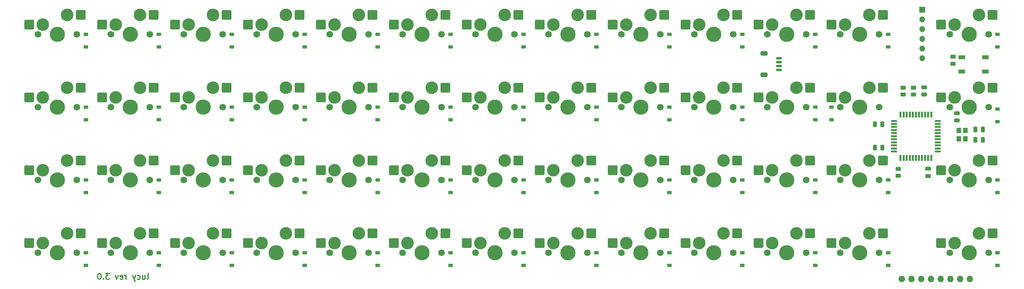
<source format=gbr>
%TF.GenerationSoftware,KiCad,Pcbnew,7.0.1-0*%
%TF.CreationDate,2023-04-28T12:46:07-05:00*%
%TF.ProjectId,pcb,7063622e-6b69-4636-9164-5f7063625858,rev?*%
%TF.SameCoordinates,Original*%
%TF.FileFunction,Soldermask,Bot*%
%TF.FilePolarity,Negative*%
%FSLAX46Y46*%
G04 Gerber Fmt 4.6, Leading zero omitted, Abs format (unit mm)*
G04 Created by KiCad (PCBNEW 7.0.1-0) date 2023-04-28 12:46:07*
%MOMM*%
%LPD*%
G01*
G04 APERTURE LIST*
G04 Aperture macros list*
%AMRoundRect*
0 Rectangle with rounded corners*
0 $1 Rounding radius*
0 $2 $3 $4 $5 $6 $7 $8 $9 X,Y pos of 4 corners*
0 Add a 4 corners polygon primitive as box body*
4,1,4,$2,$3,$4,$5,$6,$7,$8,$9,$2,$3,0*
0 Add four circle primitives for the rounded corners*
1,1,$1+$1,$2,$3*
1,1,$1+$1,$4,$5*
1,1,$1+$1,$6,$7*
1,1,$1+$1,$8,$9*
0 Add four rect primitives between the rounded corners*
20,1,$1+$1,$2,$3,$4,$5,0*
20,1,$1+$1,$4,$5,$6,$7,0*
20,1,$1+$1,$6,$7,$8,$9,0*
20,1,$1+$1,$8,$9,$2,$3,0*%
G04 Aperture macros list end*
%ADD10C,0.300000*%
%ADD11RoundRect,0.225000X0.375000X-0.225000X0.375000X0.225000X-0.375000X0.225000X-0.375000X-0.225000X0*%
%ADD12RoundRect,0.250000X0.475000X-0.250000X0.475000X0.250000X-0.475000X0.250000X-0.475000X-0.250000X0*%
%ADD13RoundRect,0.250000X0.450000X-0.262500X0.450000X0.262500X-0.450000X0.262500X-0.450000X-0.262500X0*%
%ADD14C,1.750000*%
%ADD15C,3.987800*%
%ADD16C,3.300000*%
%ADD17RoundRect,0.250000X1.025000X1.000000X-1.025000X1.000000X-1.025000X-1.000000X1.025000X-1.000000X0*%
%ADD18RoundRect,0.250000X-0.450000X0.262500X-0.450000X-0.262500X0.450000X-0.262500X0.450000X0.262500X0*%
%ADD19RoundRect,0.250000X-0.250000X-0.475000X0.250000X-0.475000X0.250000X0.475000X-0.250000X0.475000X0*%
%ADD20RoundRect,0.250000X0.250000X0.475000X-0.250000X0.475000X-0.250000X-0.475000X0.250000X-0.475000X0*%
%ADD21R,1.200000X1.400000*%
%ADD22RoundRect,0.250000X-0.475000X0.250000X-0.475000X-0.250000X0.475000X-0.250000X0.475000X0.250000X0*%
%ADD23RoundRect,0.150000X0.625000X-0.150000X0.625000X0.150000X-0.625000X0.150000X-0.625000X-0.150000X0*%
%ADD24RoundRect,0.250000X0.650000X-0.350000X0.650000X0.350000X-0.650000X0.350000X-0.650000X-0.350000X0*%
%ADD25C,1.700000*%
%ADD26O,1.700000X1.700000*%
%ADD27R,0.550000X1.500000*%
%ADD28R,1.500000X0.550000*%
%ADD29O,1.524000X1.524000*%
%ADD30R,1.524000X1.524000*%
%ADD31R,1.800000X1.100000*%
G04 APERTURE END LIST*
D10*
X57971427Y-93843928D02*
X58114284Y-93772500D01*
X58114284Y-93772500D02*
X58185713Y-93629642D01*
X58185713Y-93629642D02*
X58185713Y-92343928D01*
X56757142Y-92843928D02*
X56757142Y-93843928D01*
X57399999Y-92843928D02*
X57399999Y-93629642D01*
X57399999Y-93629642D02*
X57328570Y-93772500D01*
X57328570Y-93772500D02*
X57185713Y-93843928D01*
X57185713Y-93843928D02*
X56971427Y-93843928D01*
X56971427Y-93843928D02*
X56828570Y-93772500D01*
X56828570Y-93772500D02*
X56757142Y-93701071D01*
X55399999Y-93772500D02*
X55542856Y-93843928D01*
X55542856Y-93843928D02*
X55828570Y-93843928D01*
X55828570Y-93843928D02*
X55971427Y-93772500D01*
X55971427Y-93772500D02*
X56042856Y-93701071D01*
X56042856Y-93701071D02*
X56114284Y-93558214D01*
X56114284Y-93558214D02*
X56114284Y-93129642D01*
X56114284Y-93129642D02*
X56042856Y-92986785D01*
X56042856Y-92986785D02*
X55971427Y-92915357D01*
X55971427Y-92915357D02*
X55828570Y-92843928D01*
X55828570Y-92843928D02*
X55542856Y-92843928D01*
X55542856Y-92843928D02*
X55399999Y-92915357D01*
X54899999Y-92843928D02*
X54542856Y-93843928D01*
X54185713Y-92843928D02*
X54542856Y-93843928D01*
X54542856Y-93843928D02*
X54685713Y-94201071D01*
X54685713Y-94201071D02*
X54757142Y-94272500D01*
X54757142Y-94272500D02*
X54899999Y-94343928D01*
X52471428Y-93843928D02*
X52471428Y-92843928D01*
X52471428Y-93129642D02*
X52399999Y-92986785D01*
X52399999Y-92986785D02*
X52328571Y-92915357D01*
X52328571Y-92915357D02*
X52185713Y-92843928D01*
X52185713Y-92843928D02*
X52042856Y-92843928D01*
X50971428Y-93772500D02*
X51114285Y-93843928D01*
X51114285Y-93843928D02*
X51400000Y-93843928D01*
X51400000Y-93843928D02*
X51542857Y-93772500D01*
X51542857Y-93772500D02*
X51614285Y-93629642D01*
X51614285Y-93629642D02*
X51614285Y-93058214D01*
X51614285Y-93058214D02*
X51542857Y-92915357D01*
X51542857Y-92915357D02*
X51400000Y-92843928D01*
X51400000Y-92843928D02*
X51114285Y-92843928D01*
X51114285Y-92843928D02*
X50971428Y-92915357D01*
X50971428Y-92915357D02*
X50900000Y-93058214D01*
X50900000Y-93058214D02*
X50900000Y-93201071D01*
X50900000Y-93201071D02*
X51614285Y-93343928D01*
X50400000Y-92843928D02*
X50042857Y-93843928D01*
X50042857Y-93843928D02*
X49685714Y-92843928D01*
X48114286Y-92343928D02*
X47185714Y-92343928D01*
X47185714Y-92343928D02*
X47685714Y-92915357D01*
X47685714Y-92915357D02*
X47471429Y-92915357D01*
X47471429Y-92915357D02*
X47328572Y-92986785D01*
X47328572Y-92986785D02*
X47257143Y-93058214D01*
X47257143Y-93058214D02*
X47185714Y-93201071D01*
X47185714Y-93201071D02*
X47185714Y-93558214D01*
X47185714Y-93558214D02*
X47257143Y-93701071D01*
X47257143Y-93701071D02*
X47328572Y-93772500D01*
X47328572Y-93772500D02*
X47471429Y-93843928D01*
X47471429Y-93843928D02*
X47900000Y-93843928D01*
X47900000Y-93843928D02*
X48042857Y-93772500D01*
X48042857Y-93772500D02*
X48114286Y-93701071D01*
X46542858Y-93701071D02*
X46471429Y-93772500D01*
X46471429Y-93772500D02*
X46542858Y-93843928D01*
X46542858Y-93843928D02*
X46614286Y-93772500D01*
X46614286Y-93772500D02*
X46542858Y-93701071D01*
X46542858Y-93701071D02*
X46542858Y-93843928D01*
X45542857Y-92343928D02*
X45400000Y-92343928D01*
X45400000Y-92343928D02*
X45257143Y-92415357D01*
X45257143Y-92415357D02*
X45185715Y-92486785D01*
X45185715Y-92486785D02*
X45114286Y-92629642D01*
X45114286Y-92629642D02*
X45042857Y-92915357D01*
X45042857Y-92915357D02*
X45042857Y-93272500D01*
X45042857Y-93272500D02*
X45114286Y-93558214D01*
X45114286Y-93558214D02*
X45185715Y-93701071D01*
X45185715Y-93701071D02*
X45257143Y-93772500D01*
X45257143Y-93772500D02*
X45400000Y-93843928D01*
X45400000Y-93843928D02*
X45542857Y-93843928D01*
X45542857Y-93843928D02*
X45685715Y-93772500D01*
X45685715Y-93772500D02*
X45757143Y-93701071D01*
X45757143Y-93701071D02*
X45828572Y-93558214D01*
X45828572Y-93558214D02*
X45900000Y-93272500D01*
X45900000Y-93272500D02*
X45900000Y-92915357D01*
X45900000Y-92915357D02*
X45828572Y-92629642D01*
X45828572Y-92629642D02*
X45757143Y-92486785D01*
X45757143Y-92486785D02*
X45685715Y-92415357D01*
X45685715Y-92415357D02*
X45542857Y-92343928D01*
D11*
%TO.C,D7*%
X156225000Y-33075000D03*
X156225000Y-29775000D03*
%TD*%
D12*
%TO.C,C4*%
X269450000Y-52300000D03*
X269450000Y-50400000D03*
%TD*%
D13*
%TO.C,RSW1*%
X268450000Y-37462500D03*
X268450000Y-35637500D03*
%TD*%
D11*
%TO.C,D8*%
X175275000Y-33075000D03*
X175275000Y-29775000D03*
%TD*%
%TO.C,D14*%
X41925000Y-52125000D03*
X41925000Y-48825000D03*
%TD*%
D14*
%TO.C,MX42*%
X77708186Y-86915698D03*
D15*
X72628186Y-86915698D03*
D14*
X67548186Y-86915698D03*
D16*
X68818186Y-84375698D03*
D17*
X65268186Y-84375698D03*
X78718186Y-81835698D03*
D16*
X75168186Y-81835698D03*
%TD*%
D11*
%TO.C,D35*%
X194325000Y-71200000D03*
X194325000Y-67900000D03*
%TD*%
%TO.C,D11*%
X232425000Y-33075000D03*
X232425000Y-29775000D03*
%TD*%
D18*
%TO.C,R3*%
X258100000Y-43707500D03*
X258100000Y-45532500D03*
%TD*%
D14*
%TO.C,MX9*%
X192008282Y-29765650D03*
D15*
X186928282Y-29765650D03*
D14*
X181848282Y-29765650D03*
D16*
X183118282Y-27225650D03*
D17*
X179568282Y-27225650D03*
X193018282Y-24685650D03*
D16*
X189468282Y-24685650D03*
%TD*%
D14*
%TO.C,MX3*%
X77708186Y-29765650D03*
D15*
X72628186Y-29765650D03*
D14*
X67548186Y-29765650D03*
D16*
X68818186Y-27225650D03*
D17*
X65268186Y-27225650D03*
X78718186Y-24685650D03*
D16*
X75168186Y-24685650D03*
%TD*%
D11*
%TO.C,D39*%
X280050000Y-71200000D03*
X280050000Y-67900000D03*
%TD*%
D14*
%TO.C,MX41*%
X58658170Y-86915698D03*
D15*
X53578170Y-86915698D03*
D14*
X48498170Y-86915698D03*
D16*
X49768170Y-84375698D03*
D17*
X46218170Y-84375698D03*
X59668170Y-81835698D03*
D16*
X56118170Y-81835698D03*
%TD*%
D14*
%TO.C,MX25*%
X249158330Y-48815666D03*
D15*
X244078330Y-48815666D03*
D14*
X238998330Y-48815666D03*
D16*
X240268330Y-46275666D03*
D17*
X236718330Y-46275666D03*
X250168330Y-43735666D03*
D16*
X246618330Y-43735666D03*
%TD*%
D14*
%TO.C,MX22*%
X192008282Y-48815666D03*
D15*
X186928282Y-48815666D03*
D14*
X181848282Y-48815666D03*
D16*
X183118282Y-46275666D03*
D17*
X179568282Y-46275666D03*
X193018282Y-43735666D03*
D16*
X189468282Y-43735666D03*
%TD*%
D14*
%TO.C,MX49*%
X211058298Y-86915698D03*
D15*
X205978298Y-86915698D03*
D14*
X200898298Y-86915698D03*
D16*
X202168298Y-84375698D03*
D17*
X198618298Y-84375698D03*
X212068298Y-81835698D03*
D16*
X208518298Y-81835698D03*
%TD*%
D11*
%TO.C,D46*%
X156225000Y-90200000D03*
X156225000Y-86900000D03*
%TD*%
%TO.C,D40*%
X41925000Y-90200000D03*
X41925000Y-86900000D03*
%TD*%
D14*
%TO.C,MX10*%
X211058298Y-29765650D03*
D15*
X205978298Y-29765650D03*
D14*
X200898298Y-29765650D03*
D16*
X202168298Y-27225650D03*
D17*
X198618298Y-27225650D03*
X212068298Y-24685650D03*
D16*
X208518298Y-24685650D03*
%TD*%
D19*
%TO.C,CX1*%
X274300000Y-54650000D03*
X276200000Y-54650000D03*
%TD*%
D13*
%TO.C,R2*%
X255410000Y-45532500D03*
X255410000Y-43707500D03*
%TD*%
D20*
%TO.C,C1*%
X249975000Y-53325000D03*
X248075000Y-53325000D03*
%TD*%
D11*
%TO.C,D4*%
X99075000Y-33075000D03*
X99075000Y-29775000D03*
%TD*%
D21*
%TO.C,Y1*%
X271700000Y-54925000D03*
X271700000Y-57125000D03*
X270000000Y-57125000D03*
X270000000Y-54925000D03*
%TD*%
D20*
%TO.C,C2*%
X249975000Y-59375000D03*
X248075000Y-59375000D03*
%TD*%
D14*
%TO.C,MX19*%
X134858234Y-48815666D03*
D15*
X129778234Y-48815666D03*
D14*
X124698234Y-48815666D03*
D16*
X125968234Y-46275666D03*
D17*
X122418234Y-46275666D03*
X135868234Y-43735666D03*
D16*
X132318234Y-43735666D03*
%TD*%
D11*
%TO.C,D29*%
X80025000Y-71200000D03*
X80025000Y-67900000D03*
%TD*%
D14*
%TO.C,MX21*%
X172958266Y-48815666D03*
D15*
X167878266Y-48815666D03*
D14*
X162798266Y-48815666D03*
D16*
X164068266Y-46275666D03*
D17*
X160518266Y-46275666D03*
X173968266Y-43735666D03*
D16*
X170418266Y-43735666D03*
%TD*%
D11*
%TO.C,D24*%
X232425000Y-52125000D03*
X232425000Y-48825000D03*
%TD*%
%TO.C,D31*%
X118125000Y-71200000D03*
X118125000Y-67900000D03*
%TD*%
%TO.C,D45*%
X137175000Y-90200000D03*
X137175000Y-86900000D03*
%TD*%
%TO.C,D16*%
X80025000Y-52125000D03*
X80025000Y-48825000D03*
%TD*%
%TO.C,D41*%
X60975000Y-90200000D03*
X60975000Y-86900000D03*
%TD*%
D14*
%TO.C,MX16*%
X77708186Y-48815666D03*
D15*
X72628186Y-48815666D03*
D14*
X67548186Y-48815666D03*
D16*
X68818186Y-46275666D03*
D17*
X65268186Y-46275666D03*
X78718186Y-43735666D03*
D16*
X75168186Y-43735666D03*
%TD*%
D11*
%TO.C,D13*%
X280050000Y-33075000D03*
X280050000Y-29775000D03*
%TD*%
D14*
%TO.C,MX32*%
X134858234Y-67865682D03*
D15*
X129778234Y-67865682D03*
D14*
X124698234Y-67865682D03*
D16*
X125968234Y-65325682D03*
D17*
X122418234Y-65325682D03*
X135868234Y-62785682D03*
D16*
X132318234Y-62785682D03*
%TD*%
D11*
%TO.C,D49*%
X213375000Y-90200000D03*
X213375000Y-86900000D03*
%TD*%
D14*
%TO.C,MX8*%
X172958266Y-29765650D03*
D15*
X167878266Y-29765650D03*
D14*
X162798266Y-29765650D03*
D16*
X164068266Y-27225650D03*
D17*
X160518266Y-27225650D03*
X173968266Y-24685650D03*
D16*
X170418266Y-24685650D03*
%TD*%
D11*
%TO.C,D51*%
X251475000Y-90200000D03*
X251475000Y-86900000D03*
%TD*%
%TO.C,D50*%
X232425000Y-90200000D03*
X232425000Y-86900000D03*
%TD*%
D12*
%TO.C,C5*%
X260875000Y-45525000D03*
X260875000Y-43625000D03*
%TD*%
D11*
%TO.C,D52*%
X280050000Y-90200000D03*
X280050000Y-86900000D03*
%TD*%
D14*
%TO.C,MX33*%
X153908250Y-67865682D03*
D15*
X148828250Y-67865682D03*
D14*
X143748250Y-67865682D03*
D16*
X145018250Y-65325682D03*
D17*
X141468250Y-65325682D03*
X154918250Y-62785682D03*
D16*
X151368250Y-62785682D03*
%TD*%
D11*
%TO.C,D37*%
X232425000Y-71200000D03*
X232425000Y-67900000D03*
%TD*%
%TO.C,D3*%
X80025000Y-33075000D03*
X80025000Y-29775000D03*
%TD*%
D22*
%TO.C,C3*%
X261950000Y-64925000D03*
X261950000Y-66825000D03*
%TD*%
D14*
%TO.C,MX37*%
X230108314Y-67865682D03*
D15*
X225028314Y-67865682D03*
D14*
X219948314Y-67865682D03*
D16*
X221218314Y-65325682D03*
D17*
X217668314Y-65325682D03*
X231118314Y-62785682D03*
D16*
X227568314Y-62785682D03*
%TD*%
D11*
%TO.C,D18*%
X118125000Y-52125000D03*
X118125000Y-48825000D03*
%TD*%
%TO.C,D28*%
X60975000Y-71200000D03*
X60975000Y-67900000D03*
%TD*%
D14*
%TO.C,MX34*%
X172958266Y-67865682D03*
D15*
X167878266Y-67865682D03*
D14*
X162798266Y-67865682D03*
D16*
X164068266Y-65325682D03*
D17*
X160518266Y-65325682D03*
X173968266Y-62785682D03*
D16*
X170418266Y-62785682D03*
%TD*%
D14*
%TO.C,MX28*%
X58658170Y-67865682D03*
D15*
X53578170Y-67865682D03*
D14*
X48498170Y-67865682D03*
D16*
X49768170Y-65325682D03*
D17*
X46218170Y-65325682D03*
X59668170Y-62785682D03*
D16*
X56118170Y-62785682D03*
%TD*%
D14*
%TO.C,MX47*%
X172958266Y-86915698D03*
D15*
X167878266Y-86915698D03*
D14*
X162798266Y-86915698D03*
D16*
X164068266Y-84375698D03*
D17*
X160518266Y-84375698D03*
X173968266Y-81835698D03*
D16*
X170418266Y-81835698D03*
%TD*%
D11*
%TO.C,D32*%
X137175000Y-71200000D03*
X137175000Y-67900000D03*
%TD*%
D14*
%TO.C,MX45*%
X134858234Y-86915698D03*
D15*
X129778234Y-86915698D03*
D14*
X124698234Y-86915698D03*
D16*
X125968234Y-84375698D03*
D17*
X122418234Y-84375698D03*
X135868234Y-81835698D03*
D16*
X132318234Y-81835698D03*
%TD*%
D11*
%TO.C,D5*%
X118125000Y-33075000D03*
X118125000Y-29775000D03*
%TD*%
D14*
%TO.C,MX4*%
X96758202Y-29765650D03*
D15*
X91678202Y-29765650D03*
D14*
X86598202Y-29765650D03*
D16*
X87868202Y-27225650D03*
D17*
X84318202Y-27225650D03*
X97768202Y-24685650D03*
D16*
X94218202Y-24685650D03*
%TD*%
D11*
%TO.C,D27*%
X41925000Y-71200000D03*
X41925000Y-67900000D03*
%TD*%
D14*
%TO.C,MX29*%
X77708186Y-67865682D03*
D15*
X72628186Y-67865682D03*
D14*
X67548186Y-67865682D03*
D16*
X68818186Y-65325682D03*
D17*
X65268186Y-65325682D03*
X78718186Y-62785682D03*
D16*
X75168186Y-62785682D03*
%TD*%
D14*
%TO.C,MX7*%
X153908250Y-29765650D03*
D15*
X148828250Y-29765650D03*
D14*
X143748250Y-29765650D03*
D16*
X145018250Y-27225650D03*
D17*
X141468250Y-27225650D03*
X154918250Y-24685650D03*
D16*
X151368250Y-24685650D03*
%TD*%
D11*
%TO.C,D48*%
X194325000Y-90200000D03*
X194325000Y-86900000D03*
%TD*%
%TO.C,D34*%
X175275000Y-71200000D03*
X175275000Y-67900000D03*
%TD*%
D14*
%TO.C,MX18*%
X115808218Y-48815666D03*
D15*
X110728218Y-48815666D03*
D14*
X105648218Y-48815666D03*
D16*
X106918218Y-46275666D03*
D17*
X103368218Y-46275666D03*
X116818218Y-43735666D03*
D16*
X113268218Y-43735666D03*
%TD*%
D11*
%TO.C,D20*%
X156225000Y-52125000D03*
X156225000Y-48825000D03*
%TD*%
D14*
%TO.C,MX39*%
X277733354Y-67865682D03*
D15*
X272653354Y-67865682D03*
D14*
X267573354Y-67865682D03*
D16*
X268843354Y-65325682D03*
D17*
X265293354Y-65325682D03*
X278743354Y-62785682D03*
D16*
X275193354Y-62785682D03*
%TD*%
D23*
%TO.C,J3*%
X223000000Y-39050000D03*
X223000000Y-38050000D03*
X223000000Y-37050000D03*
X223000000Y-36050000D03*
D24*
X219125000Y-40350000D03*
X219125000Y-34750000D03*
%TD*%
D14*
%TO.C,MX24*%
X230108314Y-48815666D03*
D15*
X225028314Y-48815666D03*
D14*
X219948314Y-48815666D03*
D16*
X221218314Y-46275666D03*
D17*
X217668314Y-46275666D03*
X231118314Y-43735666D03*
D16*
X227568314Y-43735666D03*
%TD*%
D11*
%TO.C,D19*%
X137175000Y-52125000D03*
X137175000Y-48825000D03*
%TD*%
D14*
%TO.C,MX43*%
X96758202Y-86915698D03*
D15*
X91678202Y-86915698D03*
D14*
X86598202Y-86915698D03*
D16*
X87868202Y-84375698D03*
D17*
X84318202Y-84375698D03*
X97768202Y-81835698D03*
D16*
X94218202Y-81835698D03*
%TD*%
D14*
%TO.C,MX13*%
X277733354Y-29765650D03*
D15*
X272653354Y-29765650D03*
D14*
X267573354Y-29765650D03*
D16*
X268843354Y-27225650D03*
D17*
X265293354Y-27225650D03*
X278743354Y-24685650D03*
D16*
X275193354Y-24685650D03*
%TD*%
D14*
%TO.C,MX6*%
X134858234Y-29765650D03*
D15*
X129778234Y-29765650D03*
D14*
X124698234Y-29765650D03*
D16*
X125968234Y-27225650D03*
D17*
X122418234Y-27225650D03*
X135868234Y-24685650D03*
D16*
X132318234Y-24685650D03*
%TD*%
D14*
%TO.C,MX36*%
X211058298Y-67865682D03*
D15*
X205978298Y-67865682D03*
D14*
X200898298Y-67865682D03*
D16*
X202168298Y-65325682D03*
D17*
X198618298Y-65325682D03*
X212068298Y-62785682D03*
D16*
X208518298Y-62785682D03*
%TD*%
D13*
%TO.C,R1*%
X254125000Y-66775000D03*
X254125000Y-64950000D03*
%TD*%
D25*
%TO.C,J5*%
X255075000Y-93750000D03*
D26*
X257615000Y-93750000D03*
X260155000Y-93750000D03*
X262695000Y-93750000D03*
X265235000Y-93750000D03*
X267775000Y-93750000D03*
X270315000Y-93750000D03*
X272855000Y-93750000D03*
%TD*%
D11*
%TO.C,D6*%
X137175000Y-33075000D03*
X137175000Y-29775000D03*
%TD*%
D14*
%TO.C,MX30*%
X96758202Y-67865682D03*
D15*
X91678202Y-67865682D03*
D14*
X86598202Y-67865682D03*
D16*
X87868202Y-65325682D03*
D17*
X84318202Y-65325682D03*
X97768202Y-62785682D03*
D16*
X94218202Y-62785682D03*
%TD*%
D11*
%TO.C,D12*%
X251475000Y-33075000D03*
X251475000Y-29775000D03*
%TD*%
%TO.C,D30*%
X99075000Y-71200000D03*
X99075000Y-67900000D03*
%TD*%
%TO.C,D2*%
X60970000Y-33075000D03*
X60970000Y-29775000D03*
%TD*%
D19*
%TO.C,CX2*%
X274300000Y-57350000D03*
X276200000Y-57350000D03*
%TD*%
D14*
%TO.C,MX35*%
X192008282Y-67865682D03*
D15*
X186928282Y-67865682D03*
D14*
X181848282Y-67865682D03*
D16*
X183118282Y-65325682D03*
D17*
X179568282Y-65325682D03*
X193018282Y-62785682D03*
D16*
X189468282Y-62785682D03*
%TD*%
D14*
%TO.C,MX15*%
X58658170Y-48815666D03*
D15*
X53578170Y-48815666D03*
D14*
X48498170Y-48815666D03*
D16*
X49768170Y-46275666D03*
D17*
X46218170Y-46275666D03*
X59668170Y-43735666D03*
D16*
X56118170Y-43735666D03*
%TD*%
D14*
%TO.C,MX48*%
X192008282Y-86915698D03*
D15*
X186928282Y-86915698D03*
D14*
X181848282Y-86915698D03*
D16*
X183118282Y-84375698D03*
D17*
X179568282Y-84375698D03*
X193018282Y-81835698D03*
D16*
X189468282Y-81835698D03*
%TD*%
D11*
%TO.C,D33*%
X156225000Y-71200000D03*
X156225000Y-67900000D03*
%TD*%
D14*
%TO.C,MX31*%
X115808218Y-67865682D03*
D15*
X110728218Y-67865682D03*
D14*
X105648218Y-67865682D03*
D16*
X106918218Y-65325682D03*
D17*
X103368218Y-65325682D03*
X116818218Y-62785682D03*
D16*
X113268218Y-62785682D03*
%TD*%
D11*
%TO.C,D22*%
X194325000Y-52125000D03*
X194325000Y-48825000D03*
%TD*%
D14*
%TO.C,MX17*%
X96758202Y-48815666D03*
D15*
X91678202Y-48815666D03*
D14*
X86598202Y-48815666D03*
D16*
X87868202Y-46275666D03*
D17*
X84318202Y-46275666D03*
X97768202Y-43735666D03*
D16*
X94218202Y-43735666D03*
%TD*%
D11*
%TO.C,D36*%
X213375000Y-71200000D03*
X213375000Y-67900000D03*
%TD*%
D14*
%TO.C,MX51*%
X249158330Y-86915698D03*
D15*
X244078330Y-86915698D03*
D14*
X238998330Y-86915698D03*
D16*
X240268330Y-84375698D03*
D17*
X236718330Y-84375698D03*
X250168330Y-81835698D03*
D16*
X246618330Y-81835698D03*
%TD*%
D27*
%TO.C,U1*%
X254750000Y-50725000D03*
X255550000Y-50725000D03*
X256350000Y-50725000D03*
X257150000Y-50725000D03*
X257950000Y-50725000D03*
X258750000Y-50725000D03*
X259550000Y-50725000D03*
X260350000Y-50725000D03*
X261150000Y-50725000D03*
X261950000Y-50725000D03*
X262750000Y-50725000D03*
D28*
X264450000Y-52425000D03*
X264450000Y-53225000D03*
X264450000Y-54025000D03*
X264450000Y-54825000D03*
X264450000Y-55625000D03*
X264450000Y-56425000D03*
X264450000Y-57225000D03*
X264450000Y-58025000D03*
X264450000Y-58825000D03*
X264450000Y-59625000D03*
X264450000Y-60425000D03*
D27*
X262750000Y-62125000D03*
X261950000Y-62125000D03*
X261150000Y-62125000D03*
X260350000Y-62125000D03*
X259550000Y-62125000D03*
X258750000Y-62125000D03*
X257950000Y-62125000D03*
X257150000Y-62125000D03*
X256350000Y-62125000D03*
X255550000Y-62125000D03*
X254750000Y-62125000D03*
D28*
X253050000Y-60425000D03*
X253050000Y-59625000D03*
X253050000Y-58825000D03*
X253050000Y-58025000D03*
X253050000Y-57225000D03*
X253050000Y-56425000D03*
X253050000Y-55625000D03*
X253050000Y-54825000D03*
X253050000Y-54025000D03*
X253050000Y-53225000D03*
X253050000Y-52425000D03*
%TD*%
D14*
%TO.C,MX44*%
X115808218Y-86915698D03*
D15*
X110728218Y-86915698D03*
D14*
X105648218Y-86915698D03*
D16*
X106918218Y-84375698D03*
D17*
X103368218Y-84375698D03*
X116818218Y-81835698D03*
D16*
X113268218Y-81835698D03*
%TD*%
D14*
%TO.C,MX27*%
X39608154Y-67865682D03*
D15*
X34528154Y-67865682D03*
D14*
X29448154Y-67865682D03*
D16*
X30718154Y-65325682D03*
D17*
X27168154Y-65325682D03*
X40618154Y-62785682D03*
D16*
X37068154Y-62785682D03*
%TD*%
D14*
%TO.C,MX40*%
X39608154Y-86915698D03*
D15*
X34528154Y-86915698D03*
D14*
X29448154Y-86915698D03*
D16*
X30718154Y-84375698D03*
D17*
X27168154Y-84375698D03*
X40618154Y-81835698D03*
D16*
X37068154Y-81835698D03*
%TD*%
D14*
%TO.C,MX12*%
X249158330Y-29765650D03*
D15*
X244078330Y-29765650D03*
D14*
X238998330Y-29765650D03*
D16*
X240268330Y-27225650D03*
D17*
X236718330Y-27225650D03*
X250168330Y-24685650D03*
D16*
X246618330Y-24685650D03*
%TD*%
D11*
%TO.C,D43*%
X99075000Y-90200000D03*
X99075000Y-86900000D03*
%TD*%
%TO.C,D47*%
X175275000Y-90200000D03*
X175275000Y-86900000D03*
%TD*%
D14*
%TO.C,MX11*%
X230108314Y-29765650D03*
D15*
X225028314Y-29765650D03*
D14*
X219948314Y-29765650D03*
D16*
X221218314Y-27225650D03*
D17*
X217668314Y-27225650D03*
X231118314Y-24685650D03*
D16*
X227568314Y-24685650D03*
%TD*%
D11*
%TO.C,D9*%
X194325000Y-33075000D03*
X194325000Y-29775000D03*
%TD*%
D14*
%TO.C,MX23*%
X211058298Y-48815666D03*
D15*
X205978298Y-48815666D03*
D14*
X200898298Y-48815666D03*
D16*
X202168298Y-46275666D03*
D17*
X198618298Y-46275666D03*
X212068298Y-43735666D03*
D16*
X208518298Y-43735666D03*
%TD*%
D14*
%TO.C,MX52*%
X277733354Y-86915698D03*
D15*
X272653354Y-86915698D03*
D14*
X267573354Y-86915698D03*
D16*
X268843354Y-84375698D03*
D17*
X265293354Y-84375698D03*
X278743354Y-81835698D03*
D16*
X275193354Y-81835698D03*
%TD*%
D11*
%TO.C,D1*%
X41930000Y-33052500D03*
X41930000Y-29752500D03*
%TD*%
%TO.C,D21*%
X175275000Y-52125000D03*
X175275000Y-48825000D03*
%TD*%
D14*
%TO.C,MX2*%
X58658170Y-29765650D03*
D15*
X53578170Y-29765650D03*
D14*
X48498170Y-29765650D03*
D16*
X49768170Y-27225650D03*
D17*
X46218170Y-27225650D03*
X59668170Y-24685650D03*
D16*
X56118170Y-24685650D03*
%TD*%
D14*
%TO.C,MX50*%
X230108314Y-86915698D03*
D15*
X225028314Y-86915698D03*
D14*
X219948314Y-86915698D03*
D16*
X221218314Y-84375698D03*
D17*
X217668314Y-84375698D03*
X231118314Y-81835698D03*
D16*
X227568314Y-81835698D03*
%TD*%
D11*
%TO.C,D38*%
X251475000Y-71200000D03*
X251475000Y-67900000D03*
%TD*%
D14*
%TO.C,MX20*%
X153908250Y-48815666D03*
D15*
X148828250Y-48815666D03*
D14*
X143748250Y-48815666D03*
D16*
X145018250Y-46275666D03*
D17*
X141468250Y-46275666D03*
X154918250Y-43735666D03*
D16*
X151368250Y-43735666D03*
%TD*%
D14*
%TO.C,MX26*%
X277733354Y-48815666D03*
D15*
X272653354Y-48815666D03*
D14*
X267573354Y-48815666D03*
D16*
X268843354Y-46275666D03*
D17*
X265293354Y-46275666D03*
X278743354Y-43735666D03*
D16*
X275193354Y-43735666D03*
%TD*%
D11*
%TO.C,D15*%
X60975000Y-52125000D03*
X60975000Y-48825000D03*
%TD*%
D14*
%TO.C,MX1*%
X39608154Y-29765650D03*
D15*
X34528154Y-29765650D03*
D14*
X29448154Y-29765650D03*
D16*
X30718154Y-27225650D03*
D17*
X27168154Y-27225650D03*
X40618154Y-24685650D03*
D16*
X37068154Y-24685650D03*
%TD*%
D29*
%TO.C,J2*%
X260375000Y-36050000D03*
X260375000Y-25890000D03*
X260375000Y-30970000D03*
X260375000Y-33510000D03*
X260375000Y-28430000D03*
D30*
X260375000Y-23350000D03*
%TD*%
D31*
%TO.C,SW1*%
X276950000Y-35775000D03*
X270750000Y-39475000D03*
X276950000Y-39475000D03*
X270750000Y-35775000D03*
%TD*%
D11*
%TO.C,D23*%
X213375000Y-52125000D03*
X213375000Y-48825000D03*
%TD*%
%TO.C,D25*%
X236675000Y-52125000D03*
X236675000Y-48825000D03*
%TD*%
%TO.C,D42*%
X80025000Y-90200000D03*
X80025000Y-86900000D03*
%TD*%
%TO.C,D26*%
X280050000Y-52650000D03*
X280050000Y-49350000D03*
%TD*%
D14*
%TO.C,MX38*%
X249158330Y-67865682D03*
D15*
X244078330Y-67865682D03*
D14*
X238998330Y-67865682D03*
D16*
X240268330Y-65325682D03*
D17*
X236718330Y-65325682D03*
X250168330Y-62785682D03*
D16*
X246618330Y-62785682D03*
%TD*%
D11*
%TO.C,D10*%
X213375000Y-33075000D03*
X213375000Y-29775000D03*
%TD*%
D14*
%TO.C,MX5*%
X115808218Y-29765650D03*
D15*
X110728218Y-29765650D03*
D14*
X105648218Y-29765650D03*
D16*
X106918218Y-27225650D03*
D17*
X103368218Y-27225650D03*
X116818218Y-24685650D03*
D16*
X113268218Y-24685650D03*
%TD*%
D11*
%TO.C,D44*%
X118125000Y-90200000D03*
X118125000Y-86900000D03*
%TD*%
%TO.C,D17*%
X99075000Y-52125000D03*
X99075000Y-48825000D03*
%TD*%
D14*
%TO.C,MX46*%
X153908250Y-86915698D03*
D15*
X148828250Y-86915698D03*
D14*
X143748250Y-86915698D03*
D16*
X145018250Y-84375698D03*
D17*
X141468250Y-84375698D03*
X154918250Y-81835698D03*
D16*
X151368250Y-81835698D03*
%TD*%
D14*
%TO.C,MX14*%
X39608154Y-48815666D03*
D15*
X34528154Y-48815666D03*
D14*
X29448154Y-48815666D03*
D16*
X30718154Y-46275666D03*
D17*
X27168154Y-46275666D03*
X40618154Y-43735666D03*
D16*
X37068154Y-43735666D03*
%TD*%
M02*

</source>
